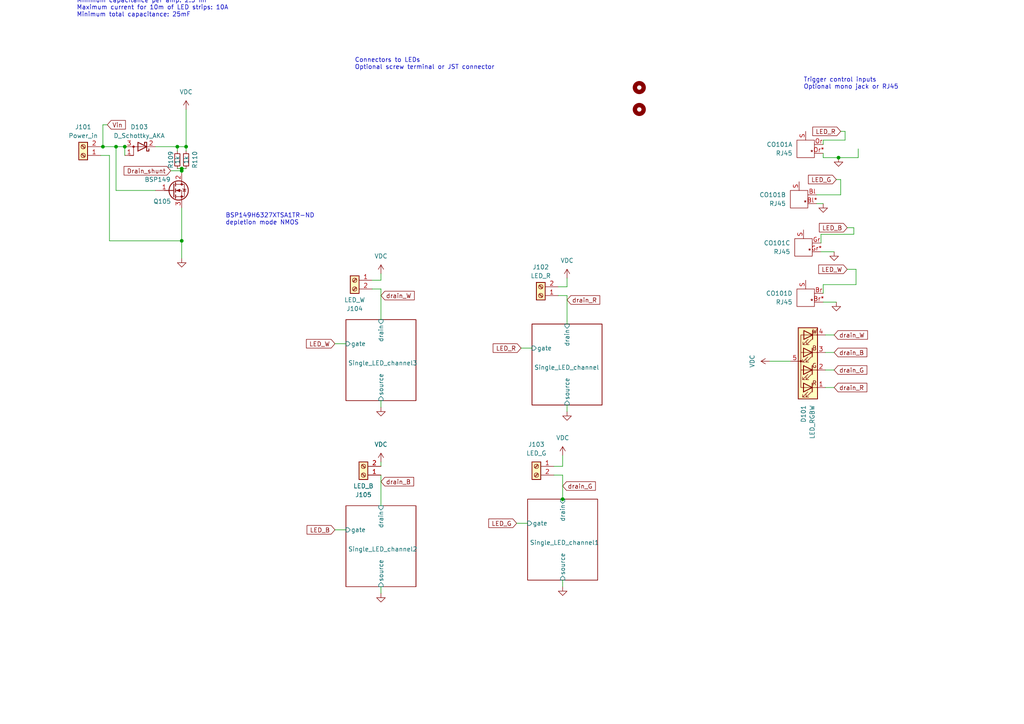
<source format=kicad_sch>
(kicad_sch (version 20230121) (generator eeschema)
  (paper "A4")
  (lib_symbols
    (symbol "Connector:Screw_Terminal_01x02" (pin_names (offset 1.016) hide)
      (property "Reference" "J" (at 0 2.54 0))
      (property "Value" "Screw_Terminal_01x02" (at 0 -5.08 0))
      (symbol "Screw_Terminal_01x02_1_1"
        (rectangle (start -1.27 1.27) (end 1.27 -3.81) (stroke (width 0.254)) (fill (type background)))
        (circle (center 0 -2.54) (radius 0.635) (stroke (width 0.1524)))
        (polyline (pts (xy -0.5334 -2.2098) (xy 0.3302 -3.048)) (stroke (width 0.1524)))
        (polyline (pts (xy -0.5334 0.3302) (xy 0.3302 -0.508)) (stroke (width 0.1524)))
        (polyline (pts (xy -0.3556 -2.032) (xy 0.508 -2.8702)) (stroke (width 0.1524)))
        (polyline (pts (xy -0.3556 0.508) (xy 0.508 -0.3302)) (stroke (width 0.1524)))
        (circle (center 0 0) (radius 0.635) (stroke (width 0.1524)))
        (pin passive line (at -5.08 0 0) (length 3.81) (name "Pin_1") (number "1"))
        (pin passive line (at -5.08 -2.54 0) (length 3.81) (name "Pin_2") (number "2"))
      )
    )
    (symbol "Device:D_Schottky_AKA" (pin_names (offset 0) hide)
      (property "Reference" "D" (at 0 2.54 0))
      (property "Value" "D_Schottky_AKA" (at 0 -2.54 0))
      (symbol "D_Schottky_AKA_0_1"
        (polyline (pts (xy 1.27 1.27) (xy 1.27 -1.27) (xy -1.27 0) (xy 1.27 1.27)) (stroke (width 0.254)))
        (polyline (pts (xy 3.81 2.54) (xy 2.54 2.54) (xy 2.54 0) (xy -1.27 0)))
        (polyline (pts (xy -1.905 0.635) (xy -1.905 1.27) (xy -1.27 1.27) (xy -1.27 -1.27) (xy -0.635 -1.27) (xy -0.635 -0.635)) (stroke (width 0.254)))
        (circle (center 2.54 0) (radius 0.254) (fill (type outline)))
      )
      (symbol "D_Schottky_AKA_1_1"
        (pin input line (at 5.08 2.54 180) (length 2.54) (name "A") (number "1"))
        (pin passive line (at -3.81 0 0) (length 2.54) (name "K") (number "2"))
        (pin passive line (at 5.08 0 180) (length 2.54) (name "A") (number "3"))
      )
    )
    (symbol "Device:R_Small" (pin_numbers hide) (pin_names (offset 0.254) hide)
      (property "Reference" "R" (at 0.762 0.508 0))
      (property "Value" "R_Small" (at 0.762 -1.016 0))
      (symbol "R_Small_0_1"
        (rectangle (start -0.762 1.778) (end 0.762 -1.778) (stroke (width 0.2032)))
      )
      (symbol "R_Small_1_1"
        (pin passive line (at 0 2.54 270) (length 0.762) (name "~") (number "1"))
        (pin passive line (at 0 -2.54 90) (length 0.762) (name "~") (number "2"))
      )
    )
    (symbol "Mechanical:MountingHole" (pin_names (offset 1.016))
      (property "Reference" "H" (at 0 5.08 0))
      (property "Value" "MountingHole" (at 0 3.175 0))
      (symbol "MountingHole_0_1"
        (circle (center 0 0) (radius 1.27) (stroke (width 1.27)))
      )
    )
    (symbol "Transistor_FET:BSP129" (pin_names hide)
      (property "Reference" "Q" (at 5.08 1.905 0))
      (property "Value" "BSP129" (at 5.08 0 0))
      (symbol "BSP129_0_1"
        (polyline (pts (xy 0.254 0) (xy -2.54 0)))
        (polyline (pts (xy 0.254 1.905) (xy 0.254 -1.905)) (stroke (width 0.254)))
        (polyline (pts (xy 0.762 -1.27) (xy 0.762 -2.286)) (stroke (width 0.254)))
        (polyline (pts (xy 0.762 0.508) (xy 0.762 -0.508)) (stroke (width 0.254)))
        (polyline (pts (xy 0.762 2.286) (xy 0.762 1.27)) (stroke (width 0.254)))
        (polyline (pts (xy 2.54 2.54) (xy 2.54 1.778)))
        (polyline (pts (xy 2.54 -2.54) (xy 2.54 0) (xy 0.762 0)))
        (polyline (pts (xy 0.762 -1.778) (xy 3.302 -1.778) (xy 3.302 1.778) (xy 0.762 1.778)))
        (polyline (pts (xy 1.016 0) (xy 2.032 0.381) (xy 2.032 -0.381) (xy 1.016 0)) (fill (type outline)))
        (polyline (pts (xy 2.794 0.508) (xy 2.921 0.381) (xy 3.683 0.381) (xy 3.81 0.254)))
        (polyline (pts (xy 3.302 0.381) (xy 2.921 -0.254) (xy 3.683 -0.254) (xy 3.302 0.381)))
        (circle (center 1.651 0) (radius 2.794) (stroke (width 0.254)))
        (circle (center 2.54 -1.778) (radius 0.254) (fill (type outline)))
        (circle (center 2.54 1.778) (radius 0.254) (fill (type outline)))
      )
      (symbol "BSP129_1_1"
        (pin input line (at -5.08 0 0) (length 5.08) (name "G") (number "1"))
        (pin passive line (at 2.54 5.08 270) (length 2.54) (name "D") (number "2"))
        (pin passive line (at 2.54 -5.08 90) (length 2.54) (name "S") (number "3"))
      )
    )
    (symbol "knob-fondler:LED_STRIP_RGBW" (pin_names (offset 0) hide)
      (property "Reference" "D" (at 0 11.938 0))
      (property "Value" "LED_RGBW" (at -1.016 -12.446 0))
      (symbol "LED_STRIP_RGBW_0_0"
        (text "B" (at -1.905 -3.81 0) (effects (font (size 1.27 1.27))))
        (text "G" (at -1.905 1.27 0) (effects (font (size 1.27 1.27))))
        (text "R" (at -1.905 6.35 0) (effects (font (size 1.27 1.27))))
      )
      (symbol "LED_STRIP_RGBW_0_1"
        (rectangle (start -2.794 10.922) (end 2.794 -9.7028) (stroke (width 0.254)) (fill (type background)))
        (polyline (pts (xy -1.3716 -7.62) (xy -2.6416 -7.62)))
        (polyline (pts (xy -1.3716 -7.62) (xy 1.1684 -7.62)))
        (polyline (pts (xy -1.3716 -6.35) (xy -1.3716 -8.89)) (stroke (width 0.254)))
        (polyline (pts (xy -1.27 -2.54) (xy -2.54 -2.54)))
        (polyline (pts (xy -1.27 -2.54) (xy 1.27 -2.54)))
        (polyline (pts (xy -1.27 -1.27) (xy -1.27 -3.81)) (stroke (width 0.254)))
        (polyline (pts (xy -1.27 2.54) (xy -2.54 2.54)))
        (polyline (pts (xy -1.27 3.81) (xy -1.27 1.27)) (stroke (width 0.254)))
        (polyline (pts (xy -1.27 7.62) (xy -2.54 7.62)))
        (polyline (pts (xy -1.27 7.62) (xy 1.27 7.62)))
        (polyline (pts (xy -1.27 8.89) (xy -1.27 6.35)) (stroke (width 0.254)))
        (polyline (pts (xy 1.27 2.54) (xy -1.27 2.54)))
        (polyline (pts (xy 1.27 2.54) (xy 2.032 2.54)))
        (polyline (pts (xy 2.54 0) (xy 1.905 0)))
        (polyline (pts (xy -1.27 3.81) (xy -1.27 1.27) (xy -1.27 1.27)))
        (polyline (pts (xy -1.27 8.89) (xy -1.27 6.35) (xy -1.27 6.35)))
        (polyline (pts (xy 1.1684 -7.62) (xy 2.032 -7.62) (xy 2.032 -2.54)))
        (polyline (pts (xy 1.1684 -6.35) (xy 1.1684 -8.89) (xy -1.3716 -7.62) (xy 1.1684 -6.35)) (stroke (width 0.254)))
        (polyline (pts (xy 1.27 -2.54) (xy 2.032 -2.54) (xy 2.032 7.62) (xy 1.27 7.62)))
        (polyline (pts (xy 1.27 -1.27) (xy 1.27 -3.81) (xy -1.27 -2.54) (xy 1.27 -1.27)) (stroke (width 0.254)))
        (polyline (pts (xy 1.27 3.81) (xy 1.27 1.27) (xy -1.27 2.54) (xy 1.27 3.81)) (stroke (width 0.254)))
        (polyline (pts (xy 1.27 8.89) (xy 1.27 6.35) (xy -1.27 7.62) (xy 1.27 8.89)) (stroke (width 0.254)))
        (polyline (pts (xy -1.1176 -6.35) (xy 0.4064 -4.826) (xy -0.3556 -4.826) (xy 0.4064 -4.826) (xy 0.4064 -5.588)))
        (polyline (pts (xy -1.016 -1.27) (xy 0.508 0.254) (xy -0.254 0.254) (xy 0.508 0.254) (xy 0.508 -0.508)))
        (polyline (pts (xy -1.016 3.81) (xy 0.508 5.334) (xy -0.254 5.334) (xy 0.508 5.334) (xy 0.508 4.572)))
        (polyline (pts (xy -1.016 8.89) (xy 0.508 10.414) (xy -0.254 10.414) (xy 0.508 10.414) (xy 0.508 9.652)))
        (polyline (pts (xy -0.1016 -6.35) (xy 1.4224 -4.826) (xy 0.6604 -4.826) (xy 1.4224 -4.826) (xy 1.4224 -5.588)))
        (polyline (pts (xy 0 -1.27) (xy 1.524 0.254) (xy 0.762 0.254) (xy 1.524 0.254) (xy 1.524 -0.508)))
        (polyline (pts (xy 0 3.81) (xy 1.524 5.334) (xy 0.762 5.334) (xy 1.524 5.334) (xy 1.524 4.572)))
        (polyline (pts (xy 0 8.89) (xy 1.524 10.414) (xy 0.762 10.414) (xy 1.524 10.414) (xy 1.524 9.652)))
        (rectangle (start 1.27 1.27) (end 1.27 3.81))
        (rectangle (start 1.27 3.81) (end 1.27 3.81))
        (rectangle (start 1.27 6.35) (end 1.27 8.89))
        (rectangle (start 1.27 8.89) (end 1.27 8.89))
        (circle (center 2.032 0) (radius 0.254) (fill (type outline)))
      )
      (symbol "LED_STRIP_RGBW_1_0"
        (text "W" (at -2.032 -8.636 0) (effects (font (size 1.27 1.27))))
      )
      (symbol "LED_STRIP_RGBW_1_1"
        (pin passive line (at -5.08 7.62 0) (length 2.54) (name "RK") (number "1"))
        (pin passive line (at -5.08 2.54 0) (length 2.54) (name "GK") (number "2"))
        (pin passive line (at -5.08 -2.54 0) (length 2.54) (name "BK") (number "3"))
        (pin passive line (at -5.08 -7.62 0) (length 2.54) (name "WK") (number "4"))
        (pin passive line (at 5.08 0 180) (length 2.54) (name "+V") (number "5"))
      )
    )
    (symbol "matterwave:RJ45" (pin_names (offset 1.016))
      (property "Reference" "CO" (at -5.334 1.778 0))
      (property "Value" "RJ45" (at -0.254 3.81 0))
      (symbol "RJ45_0_0"
        (text "*" (at 1.778 1.016 0) (effects (font (size 1.27 1.27))))
      )
      (symbol "RJ45_0_1"
        (rectangle (start -2.54 2.54) (end 2.54 -2.54))
        (pin input line (at 0 -5.08 90) (length 2.54) (name "~") (number "S"))
      )
      (symbol "RJ45_1_1"
        (pin input line (at 5.08 -1.27 180) (length 2.54) (name "~") (number "Or"))
        (pin input line (at 5.08 1.27 180) (length 2.54) (name "~") (number "Or*"))
      )
      (symbol "RJ45_2_1"
        (pin input line (at 5.08 -1.27 180) (length 2.54) (name "~") (number "Bl"))
        (pin input line (at 5.08 1.27 180) (length 2.54) (name "~") (number "Bl*"))
      )
      (symbol "RJ45_3_1"
        (pin input line (at 5.08 -1.27 180) (length 2.54) (name "~") (number "Gr"))
        (pin input line (at 5.08 1.27 180) (length 2.54) (name "~") (number "Gr*"))
      )
      (symbol "RJ45_4_1"
        (pin input line (at 5.08 -1.27 180) (length 2.54) (name "~") (number "Br"))
        (pin input line (at 5.08 1.27 180) (length 2.54) (name "~") (number "Br*"))
      )
    )
    (symbol "power:GND" (power) (pin_names (offset 0))
      (property "Value" "GND" (at 0 -3.81 0))
      (symbol "GND_0_1"
        (polyline (pts (xy 0 0) (xy 0 -1.27) (xy 1.27 -1.27) (xy 0 -2.54) (xy -1.27 -1.27) (xy 0 -1.27)))
      )
      (symbol "GND_1_1"
        (pin power_in line (at 0 0 270) (length 0) hide (name "GND") (number "1"))
      )
    )
    (symbol "power:VDC" (power) (pin_names (offset 0))
      (property "Value" "VDC" (at 0 6.35 0))
      (symbol "VDC_0_1"
        (polyline (pts (xy -0.762 1.27) (xy 0 2.54)))
        (polyline (pts (xy 0 0) (xy 0 2.54)))
        (polyline (pts (xy 0 2.54) (xy 0.762 1.27)))
      )
      (symbol "VDC_1_1"
        (pin power_in line (at 0 0 90) (length 0) hide (name "VDC") (number "1"))
      )
    )
  )
  (junction (at 33.655 42.545))
  (junction (at 36.195 42.545))
  (junction (at 243.205 45.72))
  (junction (at 163.195 144.78))
  (junction (at 52.705 69.85))
  (junction (at 51.435 42.545))
  (junction (at 53.975 42.545))
  (junction (at 29.845 42.545))
  (junction (at 52.705 48.895))
  (junction (at 52.705 49.53))
  (wire (pts (xy 248.92 45.72) (xy 243.205 45.72)))
  (wire (pts (xy 110.49 133.985) (xy 110.49 135.255)))
  (wire (pts (xy 161.925 85.725) (xy 164.465 85.725)))
  (wire (pts (xy 31.75 69.85) (xy 31.75 45.085)))
  (wire (pts (xy 243.205 45.72) (xy 238.76 45.72)))
  (wire (pts (xy 36.195 42.545) (xy 36.195 45.085)))
  (wire (pts (xy 29.845 42.545) (xy 33.655 42.545)))
  (wire (pts (xy 238.125 73.025) (xy 241.935 73.025)))
  (wire (pts (xy 31.115 36.195) (xy 29.845 36.195)))
  (wire (pts (xy 238.76 40.64) (xy 238.76 41.91)))
  (wire (pts (xy 247.65 66.04) (xy 247.65 67.945)))
  (wire (pts (xy 31.75 69.85) (xy 52.705 69.85)))
  (wire (pts (xy 110.49 81.28) (xy 107.95 81.28)))
  (wire (pts (xy 164.465 117.475) (xy 164.465 119.38)))
  (wire (pts (xy 110.49 170.18) (xy 110.49 172.085)))
  (wire (pts (xy 243.84 52.07) (xy 243.84 56.515)))
  (wire (pts (xy 239.395 107.315) (xy 241.935 107.315)))
  (wire (pts (xy 33.655 42.545) (xy 36.195 42.545)))
  (wire (pts (xy 110.49 79.375) (xy 110.49 81.28)))
  (wire (pts (xy 52.705 74.93) (xy 52.705 69.85)))
  (wire (pts (xy 163.195 137.795) (xy 163.195 144.78)))
  (wire (pts (xy 245.745 66.04) (xy 247.65 66.04)))
  (wire (pts (xy 163.195 137.795) (xy 160.655 137.795)))
  (wire (pts (xy 242.57 52.07) (xy 243.84 52.07)))
  (wire (pts (xy 239.395 102.235) (xy 241.935 102.235)))
  (wire (pts (xy 163.195 168.275) (xy 163.195 170.18)))
  (wire (pts (xy 97.155 153.67) (xy 100.33 153.67)))
  (wire (pts (xy 164.465 83.185) (xy 161.925 83.185)))
  (wire (pts (xy 107.95 83.82) (xy 110.49 83.82)))
  (wire (pts (xy 52.705 48.895) (xy 52.705 49.53)))
  (wire (pts (xy 238.76 45.72) (xy 238.76 44.45)))
  (wire (pts (xy 223.266 104.775) (xy 229.235 104.775)))
  (wire (pts (xy 243.84 38.1) (xy 245.11 38.1)))
  (wire (pts (xy 149.86 151.765) (xy 153.035 151.765)))
  (wire (pts (xy 163.195 144.78) (xy 163.195 145.415)))
  (wire (pts (xy 97.155 99.695) (xy 100.33 99.695)))
  (wire (pts (xy 110.49 116.205) (xy 110.49 118.11)))
  (wire (pts (xy 238.76 87.63) (xy 242.57 87.63)))
  (wire (pts (xy 164.465 85.725) (xy 164.465 93.98)))
  (wire (pts (xy 239.395 112.395) (xy 241.935 112.395)))
  (wire (pts (xy 31.75 45.085) (xy 29.21 45.085)))
  (wire (pts (xy 53.975 42.545) (xy 53.975 43.815)))
  (wire (pts (xy 245.745 78.105) (xy 248.285 78.105)))
  (wire (pts (xy 53.975 31.75) (xy 53.975 42.545)))
  (wire (pts (xy 110.49 83.82) (xy 110.49 92.71)))
  (wire (pts (xy 236.855 56.515) (xy 243.84 56.515)))
  (wire (pts (xy 45.085 42.545) (xy 51.435 42.545)))
  (wire (pts (xy 45.085 55.245) (xy 33.655 55.245)))
  (wire (pts (xy 239.395 97.155) (xy 241.935 97.155)))
  (wire (pts (xy 238.76 82.55) (xy 238.76 85.09)))
  (wire (pts (xy 49.53 49.53) (xy 52.705 49.53)))
  (wire (pts (xy 51.435 48.895) (xy 52.705 48.895)))
  (wire (pts (xy 248.285 78.105) (xy 248.285 82.55)))
  (wire (pts (xy 110.49 137.795) (xy 110.49 146.685)))
  (wire (pts (xy 29.845 36.195) (xy 29.845 42.545)))
  (wire (pts (xy 236.855 59.055) (xy 238.76 59.055)))
  (wire (pts (xy 151.13 100.965) (xy 154.305 100.965)))
  (wire (pts (xy 52.705 49.53) (xy 52.705 50.165)))
  (wire (pts (xy 163.195 132.08) (xy 163.195 135.255)))
  (wire (pts (xy 52.705 48.895) (xy 53.975 48.895)))
  (wire (pts (xy 51.435 42.545) (xy 53.975 42.545)))
  (wire (pts (xy 245.11 40.64) (xy 238.76 40.64)))
  (wire (pts (xy 238.125 67.945) (xy 238.125 70.485)))
  (wire (pts (xy 248.92 43.18) (xy 248.92 45.72)))
  (wire (pts (xy 248.285 82.55) (xy 238.76 82.55)))
  (wire (pts (xy 29.21 42.545) (xy 29.845 42.545)))
  (wire (pts (xy 52.705 60.325) (xy 52.705 69.85)))
  (wire (pts (xy 160.655 135.255) (xy 163.195 135.255)))
  (wire (pts (xy 33.655 55.245) (xy 33.655 42.545)))
  (wire (pts (xy 245.11 38.1) (xy 245.11 40.64)))
  (wire (pts (xy 164.465 80.645) (xy 164.465 83.185)))
  (wire (pts (xy 51.435 42.545) (xy 51.435 43.815)))
  (wire (pts (xy 238.125 67.945) (xy 247.65 67.945)))
  (text "Voltage droops during large current pulses\nMaximum droop allowed: dV/dt = 100 mV/ 250 us = 400 V/s\nMinimum capacitance per amp: 2.5 mF\nMaximum current for 10m of LED strips: 10A\nMinimum total capacitance: 25mF" (at 22.225 5.08 0) (effects (font (size 1.27 1.27)) (justify left bottom)))
  (text "BSP149H6327XTSA1TR-ND\ndepletion mode NMOS" (at 65.405 65.405 0) (effects (font (size 1.27 1.27)) (justify left bottom)))
  (text "Connectors to LEDs\nOptional screw terminal or JST connector" (at 102.87 20.32 0) (effects (font (size 1.27 1.27)) (justify left bottom)))
  (text "Trigger control inputs\nOptional mono jack or RJ45" (at 233.045 26.035 0) (effects (font (size 1.27 1.27)) (justify left bottom)))
  (global_label "LED_G" (shape input) (at 242.57 52.07 180) (property "Intersheetrefs" "${INTERSHEET_REFS}" (effects hide)))
  (global_label "drain_B" (shape input) (at 241.935 102.235 0) (property "Intersheetrefs" "${INTERSHEET_REFS}" (effects hide)))
  (global_label "drain_W" (shape input) (at 241.935 97.155 0) (property "Intersheetrefs" "${INTERSHEET_REFS}" (effects hide)))
  (global_label "drain_G" (shape input) (at 163.195 140.97 0) (property "Intersheetrefs" "${INTERSHEET_REFS}" (effects hide)))
  (global_label "LED_W" (shape input) (at 97.155 99.695 180) (property "Intersheetrefs" "${INTERSHEET_REFS}" (effects hide)))
  (global_label "drain_G" (shape input) (at 241.935 107.315 0) (property "Intersheetrefs" "${INTERSHEET_REFS}" (effects hide)))
  (global_label "LED_R" (shape input) (at 243.84 38.1 180) (property "Intersheetrefs" "${INTERSHEET_REFS}" (effects hide)))
  (global_label "drain_B" (shape input) (at 110.49 139.7 0) (property "Intersheetrefs" "${INTERSHEET_REFS}" (effects hide)))
  (global_label "drain_W" (shape input) (at 110.49 85.725 0) (property "Intersheetrefs" "${INTERSHEET_REFS}" (effects hide)))
  (global_label "drain_R" (shape input) (at 164.465 86.995 0) (property "Intersheetrefs" "${INTERSHEET_REFS}" (effects hide)))
  (global_label "Vin" (shape input) (at 31.115 36.195 0) (property "Intersheetrefs" "${INTERSHEET_REFS}" (effects hide)))
  (global_label "drain_R" (shape input) (at 241.935 112.395 0) (property "Intersheetrefs" "${INTERSHEET_REFS}" (effects hide)))
  (global_label "LED_G" (shape input) (at 149.86 151.765 180) (property "Intersheetrefs" "${INTERSHEET_REFS}" (effects hide)))
  (global_label "LED_B" (shape input) (at 97.155 153.67 180) (property "Intersheetrefs" "${INTERSHEET_REFS}" (effects hide)))
  (global_label "Drain_shunt" (shape input) (at 49.53 49.53 180) (property "Intersheetrefs" "${INTERSHEET_REFS}" (effects hide)))
  (global_label "LED_B" (shape input) (at 245.745 66.04 180) (property "Intersheetrefs" "${INTERSHEET_REFS}" (effects hide)))
  (global_label "LED_R" (shape input) (at 151.13 100.965 180) (property "Intersheetrefs" "${INTERSHEET_REFS}" (effects hide)))
  (global_label "LED_W" (shape input) (at 245.745 78.105 180) (property "Intersheetrefs" "${INTERSHEET_REFS}" (effects hide)))
  (symbol (lib_id "matterwave:RJ45") (at 233.045 71.755 0) (mirror x) (unit 3)
    (property "Reference" "CO101" (at 229.235 70.485 0) (effects (justify right)))
    (property "Value" "RJ45" (at 229.235 73.025 0) (effects (justify right)))
    (property "Footprint" "matterwave:RJ45" (effects hide))
  )
  (symbol (lib_id "matterwave:RJ45") (at 233.68 86.36 0) (mirror x) (unit 4)
    (property "Reference" "CO101" (at 229.87 85.09 0) (effects (justify right)))
    (property "Value" "RJ45" (at 229.87 87.63 0) (effects (justify right)))
    (property "Footprint" "matterwave:RJ45" (effects hide))
  )
  (symbol (lib_id "Transistor_FET:BSP129") (at 50.165 55.245 0) (unit 1)
    (property "Reference" "Q105" (at 44.45 58.42 0) (effects (justify left)))
    (property "Value" "BSP149" (at 41.91 52.07 0) (effects (justify left)))
    (property "Footprint" "Package_TO_SOT_SMD:SOT-223-3_TabPin2" (effects hide))
    (property "Datasheet" "https://www.infineon.com/dgdl/Infineon-BSP129-DS-v01_42-en.pdf?fileId=db3a30433c1a8752013c1fc296d2395f" (effects hide))
    (property "digikey" "BSP149H6327XTSA1TR-ND" (effects hide))
  )
  (symbol (lib_id "power:VDC") (at 110.49 79.375 0) (unit 1)
    (property "Reference" "#PWR0113" (effects hide))
    (property "Value" "VDC" (at 110.49 74.295 0))
  )
  (symbol (lib_id "power:GND") (at 163.195 170.18 0) (unit 1)
    (property "Reference" "#PWR0104" (effects hide))
    (property "Value" "GND" (effects hide))
  )
  (symbol (lib_id "power:VDC") (at 223.266 104.775 90) (unit 1)
    (property "Reference" "#PWR0101" (effects hide))
    (property "Value" "VDC" (at 218.186 104.775 0))
  )
  (symbol (lib_id "power:GND") (at 164.465 119.38 0) (unit 1)
    (property "Reference" "#PWR0117" (effects hide))
    (property "Value" "GND" (effects hide))
  )
  (symbol (lib_id "power:VDC") (at 110.49 133.985 0) (unit 1)
    (property "Reference" "#PWR0114" (effects hide))
    (property "Value" "VDC" (at 110.49 128.905 0))
  )
  (symbol (lib_id "knob-fondler:LED_STRIP_RGBW") (at 234.315 104.775 180) (unit 1)
    (property "Reference" "D101" (at 233.045 117.475 90) (effects (justify left)))
    (property "Value" "LED_RGBW" (at 235.585 117.475 90) (effects (justify left)))
    (property "Footprint" "Connector_JST:JST_XH_B5B-XH-AM_1x05_P2.50mm_Vertical" (effects hide))
  )
  (symbol (lib_id "power:VDC") (at 163.195 132.08 0) (unit 1)
    (property "Reference" "#PWR0108" (effects hide))
    (property "Value" "VDC" (at 163.195 127 0))
  )
  (symbol (lib_id "matterwave:RJ45") (at 231.775 57.785 0) (mirror x) (unit 2)
    (property "Reference" "CO101" (at 227.965 56.515 0) (effects (justify right)))
    (property "Value" "RJ45" (at 227.965 59.055 0) (effects (justify right)))
    (property "Footprint" "matterwave:RJ45" (effects hide))
  )
  (symbol (lib_id "Mechanical:MountingHole") (at 185.42 25.4 0) (unit 1)
    (property "Reference" "H101" (effects hide))
    (property "Value" "MountingHole" (effects hide))
    (property "Footprint" "MountingEquipment:DINRailAdapter_3xM3_PhoenixContact_1201578" (effects hide))
  )
  (symbol (lib_id "power:VDC") (at 53.975 31.75 0) (unit 1)
    (property "Reference" "#PWR0109" (effects hide))
    (property "Value" "VDC" (at 53.975 26.67 0))
  )
  (symbol (lib_id "Connector:Screw_Terminal_01x02") (at 156.845 85.725 180) (unit 1)
    (property "Reference" "J102" (at 156.845 77.47 0))
    (property "Value" "LED_R" (at 156.845 80.01 0))
    (property "Footprint" "matterwave:CONN_1330710000" (effects hide))
    (property "digikey" "281-4008-ND" (effects hide))
  )
  (symbol (lib_id "power:GND") (at 110.49 118.11 0) (unit 1)
    (property "Reference" "#PWR0106" (effects hide))
    (property "Value" "GND" (effects hide))
  )
  (symbol (lib_id "power:GND") (at 110.49 172.085 0) (unit 1)
    (property "Reference" "#PWR0105" (effects hide))
    (property "Value" "GND" (effects hide))
  )
  (symbol (lib_id "Connector:Screw_Terminal_01x02") (at 105.41 137.795 180) (unit 1)
    (property "Reference" "J105" (at 105.41 143.51 0))
    (property "Value" "LED_B" (at 105.41 140.97 0))
    (property "Footprint" "matterwave:CONN_1330710000" (effects hide))
    (property "digikey" "281-4008-ND" (effects hide))
  )
  (symbol (lib_id "Device:D_Schottky_AKA") (at 41.275 42.545 180) (unit 1)
    (property "Reference" "D103" (at 40.386 36.83 0))
    (property "Value" "D_Schottky_AKA" (at 40.386 39.37 0))
    (property "Footprint" "Package_TO_SOT_THT:TO-220-3_Vertical" (effects hide))
  )
  (symbol (lib_id "Mechanical:MountingHole") (at 185.42 31.75 0) (unit 1)
    (property "Reference" "H102" (effects hide))
    (property "Value" "MountingHole" (effects hide))
    (property "Footprint" "MountingEquipment:DINRailAdapter_3xM3_PhoenixContact_1201578" (effects hide))
  )
  (symbol (lib_id "power:GND") (at 238.76 59.055 0) (unit 1)
    (property "Reference" "#PWR0110" (effects hide))
    (property "Value" "GND" (effects hide))
  )
  (symbol (lib_id "power:GND") (at 241.935 73.025 0) (unit 1)
    (property "Reference" "#PWR0111" (effects hide))
    (property "Value" "GND" (effects hide))
  )
  (symbol (lib_id "power:GND") (at 243.205 45.72 0) (unit 1)
    (property "Reference" "#PWR0103" (effects hide))
    (property "Value" "GND" (effects hide))
  )
  (symbol (lib_id "Device:R_Small") (at 51.435 46.355 0) (unit 1)
    (property "Reference" "R109" (at 49.53 48.895 90) (effects (justify left)))
    (property "Value" "1k" (at 51.435 47.625 90) (effects (justify left)))
    (property "Footprint" "Resistor_THT:R_Axial_Power_L48.0mm_W12.5mm_P55.88mm" (effects hide))
    (property "digikey" "13-SQP10AJB-1K-ND" (effects hide))
  )
  (symbol (lib_id "power:VDC") (at 164.465 80.645 0) (unit 1)
    (property "Reference" "#PWR0107" (effects hide))
    (property "Value" "VDC" (at 164.465 75.565 0))
  )
  (symbol (lib_id "Connector:Screw_Terminal_01x02") (at 155.575 135.255 0) (mirror y) (unit 1)
    (property "Reference" "J103" (at 155.575 128.905 0))
    (property "Value" "LED_G" (at 155.575 131.445 0))
    (property "Footprint" "matterwave:CONN_1330710000" (effects hide))
    (property "digikey" "281-4008-ND" (effects hide))
  )
  (symbol (lib_id "power:GND") (at 52.705 74.93 0) (unit 1)
    (property "Reference" "#PWR0102" (effects hide))
    (property "Value" "GND" (effects hide))
  )
  (symbol (lib_id "Device:R_Small") (at 53.975 46.355 0) (unit 1)
    (property "Reference" "R110" (at 56.515 48.895 90) (effects (justify left)))
    (property "Value" "1k" (at 53.975 47.625 90) (effects (justify left)))
    (property "Footprint" "Resistor_THT:R_Axial_Power_L48.0mm_W12.5mm_P55.88mm" (effects hide))
    (property "digikey" "13-SQP10AJB-1K-ND" (effects hide))
  )
  (symbol (lib_id "matterwave:RJ45") (at 233.68 43.18 0) (mirror x) (unit 1)
    (property "Reference" "CO101" (at 229.87 41.91 0) (effects (justify right)))
    (property "Value" "RJ45" (at 229.87 44.45 0) (effects (justify right)))
    (property "Footprint" "matterwave:RJ45" (effects hide))
  )
  (symbol (lib_id "Connector:Screw_Terminal_01x02") (at 24.13 45.085 180) (unit 1)
    (property "Reference" "J101" (at 24.13 36.83 0))
    (property "Value" "Power_in" (at 24.13 39.37 0))
    (property "Footprint" "matterwave:CONN_1330710000" (effects hide))
    (property "digikey" "281-4008-ND" (effects hide))
  )
  (symbol (lib_id "Connector:Screw_Terminal_01x02") (at 102.87 81.28 0) (mirror y) (unit 1)
    (property "Reference" "J104" (at 102.87 89.535 0))
    (property "Value" "LED_W" (at 102.87 86.995 0))
    (property "Footprint" "matterwave:CONN_1330710000" (effects hide))
    (property "digikey" "281-4008-ND" (effects hide))
  )
  (symbol (lib_id "power:GND") (at 242.57 87.63 0) (unit 1)
    (property "Reference" "#PWR0112" (effects hide))
    (property "Value" "GND" (effects hide))
  )
  (sheet (at 154.305 93.98) (size 20.32 23.495) (stroke (width 0.1524))
    (property "Sheetname" "Single_LED_channel" (at 154.94 107.315 0) (effects (justify left bottom)))
    (property "Sheetfile" "Single_LED_channel.kicad_sch" (effects hide))
    (pin "gate" input (at 154.305 100.965 180))
    (pin "drain" input (at 164.465 93.98 90))
    (pin "source" input (at 164.465 117.475 270))
  )
  (sheet (at 100.33 92.71) (size 20.32 23.495) (stroke (width 0.1524))
    (property "Sheetname" "Single_LED_channel3" (at 100.965 106.045 0) (effects (justify left bottom)))
    (property "Sheetfile" "Single_LED_channel.kicad_sch" (effects hide))
    (pin "gate" input (at 100.33 99.695 180))
    (pin "drain" input (at 110.49 92.71 90))
    (pin "source" input (at 110.49 116.205 270))
  )
  (sheet (at 100.33 146.685) (size 20.32 23.495) (stroke (width 0.1524))
    (property "Sheetname" "Single_LED_channel2" (at 100.965 160.02 0) (effects (justify left bottom)))
    (property "Sheetfile" "Single_LED_channel.kicad_sch" (effects hide))
    (pin "gate" input (at 100.33 153.67 180))
    (pin "drain" input (at 110.49 146.685 90))
    (pin "source" input (at 110.49 170.18 270))
  )
  (sheet (at 153.035 144.78) (size 20.32 23.495) (stroke (width 0.1524))
    (property "Sheetname" "Single_LED_channel1" (at 153.67 158.115 0) (effects (justify left bottom)))
    (property "Sheetfile" "Single_LED_channel.kicad_sch" (effects hide))
    (pin "gate" input (at 153.035 151.765 180))
    (pin "drain" input (at 163.195 144.78 90))
    (pin "source" input (at 163.195 168.275 270))
  )
)
</source>
